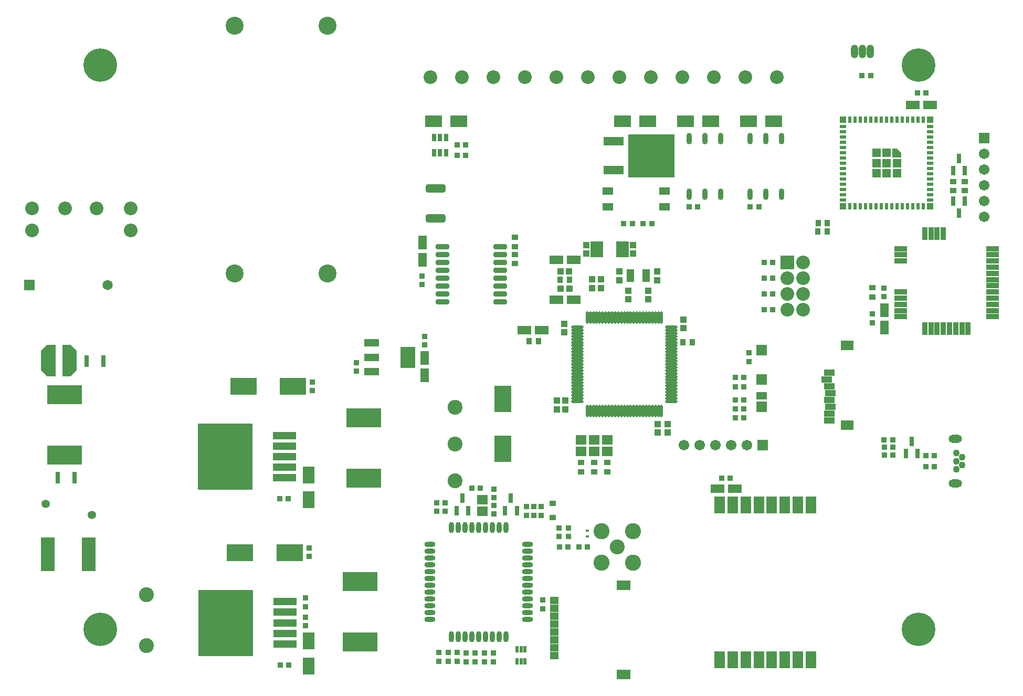
<source format=gts>
G04*
G04 #@! TF.GenerationSoftware,Altium Limited,Altium Designer,20.1.12 (249)*
G04*
G04 Layer_Color=8388736*
%FSLAX25Y25*%
%MOIN*%
G70*
G04*
G04 #@! TF.SameCoordinates,041EE257-4348-4326-8907-EFBAE9067CBE*
G04*
G04*
G04 #@! TF.FilePolarity,Negative*
G04*
G01*
G75*
%ADD53R,0.06500X0.05100*%
%ADD57R,0.01965X0.01781*%
%ADD73R,0.05524X0.04737*%
%ADD74R,0.08674X0.06115*%
%ADD75R,0.07887X0.03556*%
%ADD76R,0.03556X0.07887*%
%ADD77R,0.09265X0.13595*%
%ADD78R,0.09265X0.04540*%
%ADD79R,0.03800X0.03800*%
%ADD80R,0.05524X0.08674*%
%ADD81R,0.08674X0.05524*%
%ADD82R,0.03556X0.04343*%
%ADD83R,0.03800X0.03800*%
G04:AMPARAMS|DCode=84|XSize=88.71mil|YSize=31.23mil|CornerRadius=6.9mil|HoleSize=0mil|Usage=FLASHONLY|Rotation=0.000|XOffset=0mil|YOffset=0mil|HoleType=Round|Shape=RoundedRectangle|*
%AMROUNDEDRECTD84*
21,1,0.08871,0.01742,0,0,0.0*
21,1,0.07490,0.03123,0,0,0.0*
1,1,0.01381,0.03745,-0.00871*
1,1,0.01381,-0.03745,-0.00871*
1,1,0.01381,-0.03745,0.00871*
1,1,0.01381,0.03745,0.00871*
%
%ADD84ROUNDEDRECTD84*%
%ADD85R,0.04343X0.03556*%
%ADD86R,0.04343X0.03950*%
%ADD87R,0.05131X0.08280*%
%ADD88R,0.03950X0.03950*%
%ADD89R,0.05524X0.05524*%
%ADD90R,0.03950X0.02375*%
%ADD91R,0.02375X0.03950*%
%ADD92R,0.03162X0.05918*%
%ADD93R,0.06706X0.05918*%
%ADD94R,0.03950X0.04343*%
%ADD95R,0.08280X0.10249*%
%ADD96O,0.01981X0.07887*%
%ADD97O,0.07887X0.01981*%
%ADD98R,0.06706X0.03950*%
%ADD99R,0.08280X0.06312*%
%ADD100R,0.06706X0.07099*%
%ADD101R,0.06706X0.06706*%
%ADD102R,0.06706X0.04737*%
%ADD103R,0.12808X0.05721*%
%ADD104R,0.29540X0.27572*%
%ADD105R,0.10642X0.07493*%
%ADD106O,0.03359X0.07296*%
%ADD107R,0.04068X0.03280*%
%ADD108R,0.02375X0.04147*%
%ADD109R,0.34658X0.42139*%
%ADD110R,0.14580X0.05131*%
%ADD111R,0.07493X0.10642*%
%ADD112R,0.22060X0.12217*%
%ADD113R,0.05524X0.20091*%
%ADD114R,0.03162X0.07493*%
%ADD115R,0.08674X0.21666*%
%ADD116R,0.03162X0.04737*%
%ADD117R,0.16548X0.10642*%
%ADD118R,0.10642X0.16548*%
G04:AMPARAMS|DCode=119|XSize=55.24mil|YSize=126.11mil|CornerRadius=15.81mil|HoleSize=0mil|Usage=FLASHONLY|Rotation=270.000|XOffset=0mil|YOffset=0mil|HoleType=Round|Shape=RoundedRectangle|*
%AMROUNDEDRECTD119*
21,1,0.05524,0.09449,0,0,270.0*
21,1,0.02362,0.12611,0,0,270.0*
1,1,0.03162,-0.04724,-0.01181*
1,1,0.03162,-0.04724,0.01181*
1,1,0.03162,0.04724,0.01181*
1,1,0.03162,0.04724,-0.01181*
%
%ADD119ROUNDEDRECTD119*%
%ADD120R,0.06706X0.10642*%
%ADD121O,0.03162X0.07099*%
%ADD122O,0.07099X0.03162*%
%ADD123O,0.04737X0.08674*%
%ADD124C,0.04343*%
%ADD125O,0.08674X0.05131*%
%ADD126C,0.06706*%
%ADD127C,0.08674*%
%ADD128R,0.08674X0.08674*%
%ADD129C,0.09461*%
%ADD130C,0.10249*%
%ADD131R,0.06500X0.06500*%
%ADD132C,0.06500*%
%ADD133C,0.05300*%
%ADD134C,0.21272*%
%ADD135C,0.11430*%
%ADD136R,0.06706X0.06706*%
G36*
X-37661Y164384D02*
X-33887Y160610D01*
X-28606D01*
Y180689D01*
X-33887D01*
X-37661Y176915D01*
Y164384D01*
D02*
G37*
G36*
X-15220Y176915D02*
X-18994Y180689D01*
X-24275D01*
Y160610D01*
X-18994D01*
X-15220Y164384D01*
Y176915D01*
D02*
G37*
G36*
X502982Y299794D02*
Y305306D01*
X505935D01*
X508494Y302746D01*
Y299794D01*
X502982D01*
D02*
G37*
D53*
X358051Y268402D02*
D03*
Y278402D02*
D03*
X322151D02*
D03*
Y268402D02*
D03*
D57*
X309333Y59061D02*
D03*
Y62614D02*
D03*
D73*
X288138Y18167D02*
D03*
Y8167D02*
D03*
Y-1833D02*
D03*
Y-11833D02*
D03*
Y13167D02*
D03*
Y3167D02*
D03*
Y-6833D02*
D03*
Y-16833D02*
D03*
D74*
X332232Y-28762D02*
D03*
Y27931D02*
D03*
D75*
X566372Y198512D02*
D03*
X566372Y202449D02*
D03*
X566372Y206386D02*
D03*
X566372Y210323D02*
D03*
X566372Y214260D02*
D03*
X566372Y218197D02*
D03*
X566372Y222134D02*
D03*
X566372Y226071D02*
D03*
X566372Y230008D02*
D03*
X566372Y233945D02*
D03*
X566372Y237882D02*
D03*
X566372Y241819D02*
D03*
X508104Y198512D02*
D03*
X508104Y202449D02*
D03*
X508104Y206386D02*
D03*
X508104Y210323D02*
D03*
X508104Y214260D02*
D03*
X508104Y233945D02*
D03*
X508104Y237882D02*
D03*
X508104Y241819D02*
D03*
D76*
X523458Y191032D02*
D03*
X527395D02*
D03*
X531332D02*
D03*
X535269D02*
D03*
X539206D02*
D03*
X543143D02*
D03*
X547080D02*
D03*
X551017D02*
D03*
X523458Y251268D02*
D03*
X527395D02*
D03*
X531332D02*
D03*
X535269D02*
D03*
D77*
X195100Y172800D02*
D03*
D78*
X172265Y163745D02*
D03*
Y172800D02*
D03*
Y181855D02*
D03*
D79*
X205747Y186068D02*
D03*
Y180568D02*
D03*
X490238Y200290D02*
D03*
Y194790D02*
D03*
X497638Y211250D02*
D03*
Y216750D02*
D03*
X411838Y170099D02*
D03*
Y175600D02*
D03*
X243703Y-20512D02*
D03*
Y-15012D02*
D03*
X232315Y-20512D02*
D03*
Y-15012D02*
D03*
X220926Y-20262D02*
D03*
Y-14762D02*
D03*
X214933Y-20263D02*
D03*
Y-14763D02*
D03*
X226620Y-20263D02*
D03*
Y-14763D02*
D03*
X238009Y-20513D02*
D03*
Y-15013D02*
D03*
X249397D02*
D03*
Y-20513D02*
D03*
X218942Y80488D02*
D03*
Y74988D02*
D03*
X213445Y80438D02*
D03*
Y74938D02*
D03*
X280732Y18588D02*
D03*
Y13088D02*
D03*
X249706Y78788D02*
D03*
Y73288D02*
D03*
Y89010D02*
D03*
Y83510D02*
D03*
X132492Y46265D02*
D03*
Y51765D02*
D03*
X130048Y19894D02*
D03*
Y14394D02*
D03*
Y2173D02*
D03*
Y7673D02*
D03*
X162600Y163850D02*
D03*
Y169350D02*
D03*
X204324Y218913D02*
D03*
Y224413D02*
D03*
X297118Y64333D02*
D03*
Y58833D02*
D03*
X291232Y64333D02*
D03*
Y58833D02*
D03*
X275088Y72410D02*
D03*
Y77910D02*
D03*
X279786Y72410D02*
D03*
Y77910D02*
D03*
X270390Y72410D02*
D03*
Y77910D02*
D03*
X134446Y151499D02*
D03*
Y156999D02*
D03*
D80*
X205747Y161462D02*
D03*
Y172486D02*
D03*
X204423Y234655D02*
D03*
Y245679D02*
D03*
X497862Y202761D02*
D03*
Y191738D02*
D03*
D81*
X269162Y189989D02*
D03*
X280186D02*
D03*
X289640Y234592D02*
D03*
X300664D02*
D03*
X515826Y333050D02*
D03*
X526850D02*
D03*
X300664Y209350D02*
D03*
X289640D02*
D03*
X391826Y89388D02*
D03*
X402850D02*
D03*
D82*
X278091Y182847D02*
D03*
X272185D02*
D03*
X455685Y252537D02*
D03*
X461591D02*
D03*
X455785Y258050D02*
D03*
X461691D02*
D03*
X291888Y221950D02*
D03*
X297794D02*
D03*
X369943Y182360D02*
D03*
X375849D02*
D03*
D83*
X231987Y300939D02*
D03*
X226487D02*
D03*
X226488Y307650D02*
D03*
X231988D02*
D03*
X344573Y257597D02*
D03*
X350073D02*
D03*
X337852Y257597D02*
D03*
X332352D02*
D03*
X426899Y232950D02*
D03*
X421399D02*
D03*
X426899Y222949D02*
D03*
X421399D02*
D03*
X426899Y212949D02*
D03*
X421399D02*
D03*
X426899Y202950D02*
D03*
X421399D02*
D03*
X524288Y340673D02*
D03*
X518788D02*
D03*
X529567Y110191D02*
D03*
X524067D02*
D03*
X529567Y103481D02*
D03*
X524067D02*
D03*
X503167Y120201D02*
D03*
X497668D02*
D03*
X497725Y115491D02*
D03*
X503225D02*
D03*
X503226Y110781D02*
D03*
X497725D02*
D03*
X408676Y140019D02*
D03*
X403176D02*
D03*
X408588Y145649D02*
D03*
X403088D02*
D03*
X408588Y153833D02*
D03*
X403088D02*
D03*
X394388Y96012D02*
D03*
X399888D02*
D03*
X408588Y159836D02*
D03*
X403088D02*
D03*
X408676Y134389D02*
D03*
X403176D02*
D03*
X379301Y268439D02*
D03*
X373801D02*
D03*
X412601D02*
D03*
X418101D02*
D03*
X483688Y351550D02*
D03*
X489188D02*
D03*
X296982Y52341D02*
D03*
X291482D02*
D03*
X309333D02*
D03*
X303833D02*
D03*
X241297Y89509D02*
D03*
X235797D02*
D03*
X113829Y83015D02*
D03*
X119329D02*
D03*
X114055Y-22585D02*
D03*
X119555D02*
D03*
D84*
X253754Y243100D02*
D03*
Y238100D02*
D03*
Y233100D02*
D03*
Y228100D02*
D03*
Y223100D02*
D03*
Y218100D02*
D03*
Y213100D02*
D03*
Y208100D02*
D03*
X217100D02*
D03*
Y213100D02*
D03*
Y218100D02*
D03*
Y223100D02*
D03*
Y228100D02*
D03*
Y233100D02*
D03*
Y238100D02*
D03*
Y243100D02*
D03*
D85*
X263200Y248853D02*
D03*
Y242947D02*
D03*
X263200Y232247D02*
D03*
Y238153D02*
D03*
X541445Y284402D02*
D03*
Y278497D02*
D03*
X548925Y278497D02*
D03*
Y284402D02*
D03*
X490238Y216902D02*
D03*
Y210997D02*
D03*
X305178Y100070D02*
D03*
Y105975D02*
D03*
X313458Y100070D02*
D03*
Y105975D02*
D03*
X321739Y100070D02*
D03*
Y105975D02*
D03*
D86*
X317713Y216644D02*
D03*
Y222156D02*
D03*
X338338Y244104D02*
D03*
Y238593D02*
D03*
X329493Y227306D02*
D03*
Y221794D02*
D03*
X347838Y215106D02*
D03*
Y209594D02*
D03*
X353606Y221680D02*
D03*
Y227191D02*
D03*
X370337Y196805D02*
D03*
Y191294D02*
D03*
X294638Y188494D02*
D03*
Y194005D02*
D03*
X353725Y130405D02*
D03*
Y124894D02*
D03*
X360238Y130447D02*
D03*
Y124935D02*
D03*
X335238Y209594D02*
D03*
Y215106D02*
D03*
X312200Y216644D02*
D03*
Y222156D02*
D03*
X308462Y238593D02*
D03*
Y244104D02*
D03*
D87*
X336616Y224550D02*
D03*
X346459D02*
D03*
D88*
X526801Y323613D02*
D03*
Y268495D02*
D03*
X471683D02*
D03*
Y323613D02*
D03*
D89*
X505738Y296054D02*
D03*
Y289558D02*
D03*
X499242D02*
D03*
X492746D02*
D03*
Y296054D02*
D03*
X499242Y302550D02*
D03*
X492746D02*
D03*
X499242Y296054D02*
D03*
D90*
X526801Y319479D02*
D03*
Y316132D02*
D03*
Y312786D02*
D03*
Y309439D02*
D03*
Y306093D02*
D03*
Y302746D02*
D03*
Y299400D02*
D03*
Y296054D02*
D03*
Y292707D02*
D03*
Y289361D02*
D03*
Y286014D02*
D03*
Y282668D02*
D03*
Y279321D02*
D03*
Y275975D02*
D03*
Y272628D02*
D03*
X471683D02*
D03*
Y275975D02*
D03*
Y279321D02*
D03*
Y282668D02*
D03*
Y286014D02*
D03*
Y289361D02*
D03*
Y292707D02*
D03*
Y296054D02*
D03*
Y299400D02*
D03*
Y302746D02*
D03*
Y306093D02*
D03*
Y309439D02*
D03*
Y312786D02*
D03*
Y316132D02*
D03*
Y319479D02*
D03*
D91*
X522667Y268495D02*
D03*
X519320D02*
D03*
X515974D02*
D03*
X512628D02*
D03*
X509281D02*
D03*
X505935D02*
D03*
X502588D02*
D03*
X499242D02*
D03*
X495895D02*
D03*
X492549D02*
D03*
X489202D02*
D03*
X485856D02*
D03*
X482510D02*
D03*
X479163D02*
D03*
X475817D02*
D03*
Y323613D02*
D03*
X479163D02*
D03*
X482510D02*
D03*
X485856D02*
D03*
X489202D02*
D03*
X492549D02*
D03*
X495895D02*
D03*
X499242D02*
D03*
X502588D02*
D03*
X505935D02*
D03*
X509281D02*
D03*
X512628D02*
D03*
X515974D02*
D03*
X519320D02*
D03*
X522667D02*
D03*
D92*
X548925Y272098D02*
D03*
X541445D02*
D03*
X545185Y264224D02*
D03*
X541445Y291201D02*
D03*
X548925D02*
D03*
X545185Y299075D02*
D03*
X511417Y111555D02*
D03*
X518897D02*
D03*
X515157Y119429D02*
D03*
X226128Y75483D02*
D03*
X233608D02*
D03*
X229868Y83357D02*
D03*
X256892Y75283D02*
D03*
X264373D02*
D03*
X260632Y83157D02*
D03*
D93*
X305178Y120346D02*
D03*
Y112866D02*
D03*
X313458Y120346D02*
D03*
Y112866D02*
D03*
X321739Y120346D02*
D03*
Y112866D02*
D03*
X242432Y74938D02*
D03*
Y82418D02*
D03*
D94*
X297794Y216437D02*
D03*
X292282D02*
D03*
X297694Y227463D02*
D03*
X292182D02*
D03*
X295335Y145240D02*
D03*
X289824D02*
D03*
X295295Y139727D02*
D03*
X289783D02*
D03*
D95*
X331470Y241362D02*
D03*
X315329D02*
D03*
D96*
X356360Y198074D02*
D03*
X354391D02*
D03*
X352423D02*
D03*
X350454D02*
D03*
X348486D02*
D03*
X346517D02*
D03*
X344549D02*
D03*
X342580D02*
D03*
X340612D02*
D03*
X338643D02*
D03*
X336675D02*
D03*
X334706D02*
D03*
X332738D02*
D03*
X330769D02*
D03*
X328801D02*
D03*
X326832D02*
D03*
X324864D02*
D03*
X322895D02*
D03*
X320927D02*
D03*
X318958D02*
D03*
X316990D02*
D03*
X315021D02*
D03*
X313053D02*
D03*
X311084D02*
D03*
X309116D02*
D03*
Y138625D02*
D03*
X311084D02*
D03*
X313053D02*
D03*
X315021D02*
D03*
X316990D02*
D03*
X318958D02*
D03*
X320927D02*
D03*
X322895D02*
D03*
X324864D02*
D03*
X326832D02*
D03*
X328801D02*
D03*
X330769D02*
D03*
X332738D02*
D03*
X334706D02*
D03*
X336675D02*
D03*
X338643D02*
D03*
X340612D02*
D03*
X342580D02*
D03*
X344549D02*
D03*
X346517D02*
D03*
X348486D02*
D03*
X350454D02*
D03*
X352423D02*
D03*
X354391D02*
D03*
X356360D02*
D03*
D97*
X303013Y191972D02*
D03*
Y190003D02*
D03*
Y188034D02*
D03*
Y186066D02*
D03*
Y184098D02*
D03*
Y182129D02*
D03*
Y180160D02*
D03*
Y178192D02*
D03*
Y176224D02*
D03*
Y174255D02*
D03*
Y172286D02*
D03*
Y170318D02*
D03*
Y168350D02*
D03*
Y166381D02*
D03*
Y164412D02*
D03*
Y162444D02*
D03*
Y160476D02*
D03*
Y158507D02*
D03*
Y156538D02*
D03*
Y154570D02*
D03*
Y152602D02*
D03*
Y150633D02*
D03*
Y148664D02*
D03*
Y146696D02*
D03*
Y144728D02*
D03*
X362462D02*
D03*
Y146696D02*
D03*
Y148664D02*
D03*
Y150633D02*
D03*
Y152602D02*
D03*
Y154570D02*
D03*
Y156538D02*
D03*
Y158507D02*
D03*
Y160476D02*
D03*
Y162444D02*
D03*
Y164412D02*
D03*
Y166381D02*
D03*
Y168350D02*
D03*
Y170318D02*
D03*
Y172286D02*
D03*
Y174255D02*
D03*
Y176224D02*
D03*
Y178192D02*
D03*
Y180160D02*
D03*
Y182129D02*
D03*
Y184098D02*
D03*
Y186066D02*
D03*
Y188034D02*
D03*
Y190003D02*
D03*
Y191972D02*
D03*
D98*
X462888Y132739D02*
D03*
Y137070D02*
D03*
X463676Y141401D02*
D03*
X462888Y145731D02*
D03*
X463676Y150062D02*
D03*
X462888Y154393D02*
D03*
X461314Y158723D02*
D03*
X462888Y163054D02*
D03*
D99*
X474109Y129629D02*
D03*
Y180416D02*
D03*
D100*
X419975Y141243D02*
D03*
Y177463D02*
D03*
D101*
Y158566D02*
D03*
X561238Y311950D02*
D03*
D102*
X419975Y148330D02*
D03*
D103*
X326009Y309838D02*
D03*
Y291806D02*
D03*
D104*
X350025Y300822D02*
D03*
D105*
X331656Y322650D02*
D03*
X347404D02*
D03*
X371666D02*
D03*
X387414D02*
D03*
X411676D02*
D03*
X427424D02*
D03*
X211651D02*
D03*
X227399D02*
D03*
D106*
X393801Y311511D02*
D03*
X383801D02*
D03*
X373801D02*
D03*
X393801Y276275D02*
D03*
X383801D02*
D03*
X373801D02*
D03*
X432601Y311511D02*
D03*
X422601D02*
D03*
X412601D02*
D03*
X432601Y276275D02*
D03*
X422601D02*
D03*
X412601D02*
D03*
D107*
X287256Y71048D02*
D03*
Y79828D02*
D03*
D108*
X264573Y-12722D02*
D03*
Y-20202D02*
D03*
X267132D02*
D03*
X269691D02*
D03*
Y-12722D02*
D03*
X267132D02*
D03*
D109*
X79539Y4150D02*
D03*
X79245Y109749D02*
D03*
D110*
X117138Y17535D02*
D03*
Y10842D02*
D03*
Y4150D02*
D03*
Y-2543D02*
D03*
Y-9236D02*
D03*
X116843Y123135D02*
D03*
Y116442D02*
D03*
Y109749D02*
D03*
Y103056D02*
D03*
Y96363D02*
D03*
D111*
X132161Y-23229D02*
D03*
Y-7481D02*
D03*
X132100Y82375D02*
D03*
Y98123D02*
D03*
D112*
X167138Y134339D02*
D03*
Y96150D02*
D03*
X164954Y30239D02*
D03*
Y-7950D02*
D03*
X-22701Y148979D02*
D03*
Y110790D02*
D03*
D113*
X-31362Y170650D02*
D03*
X-21520D02*
D03*
D114*
X-8704Y170338D02*
D03*
X2021D02*
D03*
X-16500Y96322D02*
D03*
X-27224D02*
D03*
D115*
X-33354Y47650D02*
D03*
X-7370D02*
D03*
D116*
X211898Y312397D02*
D03*
X219378D02*
D03*
Y302554D02*
D03*
X215638D02*
D03*
X211898D02*
D03*
X215638Y312397D02*
D03*
D117*
X120189Y48655D02*
D03*
X88693D02*
D03*
X122272Y154254D02*
D03*
X90776D02*
D03*
D118*
X255438Y146298D02*
D03*
Y114802D02*
D03*
D119*
X212796Y260936D02*
D03*
Y279834D02*
D03*
D120*
X451163Y-19464D02*
D03*
X442895D02*
D03*
X434627D02*
D03*
X426359D02*
D03*
X418092D02*
D03*
X409824D02*
D03*
X401556D02*
D03*
X393289D02*
D03*
Y78961D02*
D03*
X401556D02*
D03*
X409824D02*
D03*
X418092D02*
D03*
X426359D02*
D03*
X434627D02*
D03*
X442895D02*
D03*
X451163D02*
D03*
D121*
X240232Y-4554D02*
D03*
X235902D02*
D03*
X231571D02*
D03*
X227240D02*
D03*
X222910D02*
D03*
X257555D02*
D03*
X253224D02*
D03*
X248894D02*
D03*
X244563D02*
D03*
X240232Y64738D02*
D03*
X235902D02*
D03*
X231571D02*
D03*
X227240D02*
D03*
X222910D02*
D03*
X257555D02*
D03*
X253224D02*
D03*
X248894D02*
D03*
X244563D02*
D03*
D122*
X209327Y32257D02*
D03*
Y27927D02*
D03*
Y36588D02*
D03*
Y40919D02*
D03*
Y45250D02*
D03*
Y49580D02*
D03*
Y53911D02*
D03*
Y6273D02*
D03*
Y10604D02*
D03*
Y14935D02*
D03*
Y19265D02*
D03*
Y23596D02*
D03*
X271138Y32257D02*
D03*
Y27927D02*
D03*
Y36588D02*
D03*
Y40919D02*
D03*
Y45250D02*
D03*
Y49580D02*
D03*
Y6273D02*
D03*
Y10604D02*
D03*
Y14935D02*
D03*
Y19265D02*
D03*
Y23596D02*
D03*
Y53911D02*
D03*
D123*
X488838Y366983D02*
D03*
X483838D02*
D03*
X478838D02*
D03*
D124*
X543401Y111927D02*
D03*
X547338Y109368D02*
D03*
X543401Y106809D02*
D03*
X547338Y104250D02*
D03*
X543401Y101690D02*
D03*
D125*
X542968Y120883D02*
D03*
Y92734D02*
D03*
D126*
X561238Y261950D02*
D03*
Y271950D02*
D03*
Y281950D02*
D03*
Y291950D02*
D03*
Y301950D02*
D03*
X410438Y116850D02*
D03*
X400438D02*
D03*
X390438D02*
D03*
X380438D02*
D03*
X370438D02*
D03*
D127*
X436138Y222950D02*
D03*
X446138D02*
D03*
Y202950D02*
D03*
Y212949D02*
D03*
Y232949D02*
D03*
X436138Y212949D02*
D03*
Y202950D02*
D03*
X289525Y350718D02*
D03*
X309525D02*
D03*
X389540D02*
D03*
X369540D02*
D03*
X429550D02*
D03*
X409550D02*
D03*
X349530D02*
D03*
X329530D02*
D03*
X229525Y350719D02*
D03*
X209525D02*
D03*
X249525Y350718D02*
D03*
X269525D02*
D03*
X-2362Y267421D02*
D03*
X-22362D02*
D03*
X-43307Y253425D02*
D03*
Y267224D02*
D03*
X19095Y253425D02*
D03*
Y267224D02*
D03*
D128*
X436138Y232949D02*
D03*
D129*
X29119Y-10472D02*
D03*
Y22047D02*
D03*
X225182Y140945D02*
D03*
Y117638D02*
D03*
Y94331D02*
D03*
X328319Y52342D02*
D03*
D130*
X318319Y42342D02*
D03*
X338319D02*
D03*
X318319Y62342D02*
D03*
X338319D02*
D03*
D131*
X-45082Y218799D02*
D03*
D132*
X4528D02*
D03*
D133*
X-34890Y79736D02*
D03*
X-5362Y72650D02*
D03*
D134*
X519685Y0D02*
D03*
X0D02*
D03*
Y358268D02*
D03*
X519685D02*
D03*
D135*
X144193Y383366D02*
D03*
Y225886D02*
D03*
X85138Y383366D02*
D03*
Y225886D02*
D03*
D136*
X420438Y116850D02*
D03*
M02*

</source>
